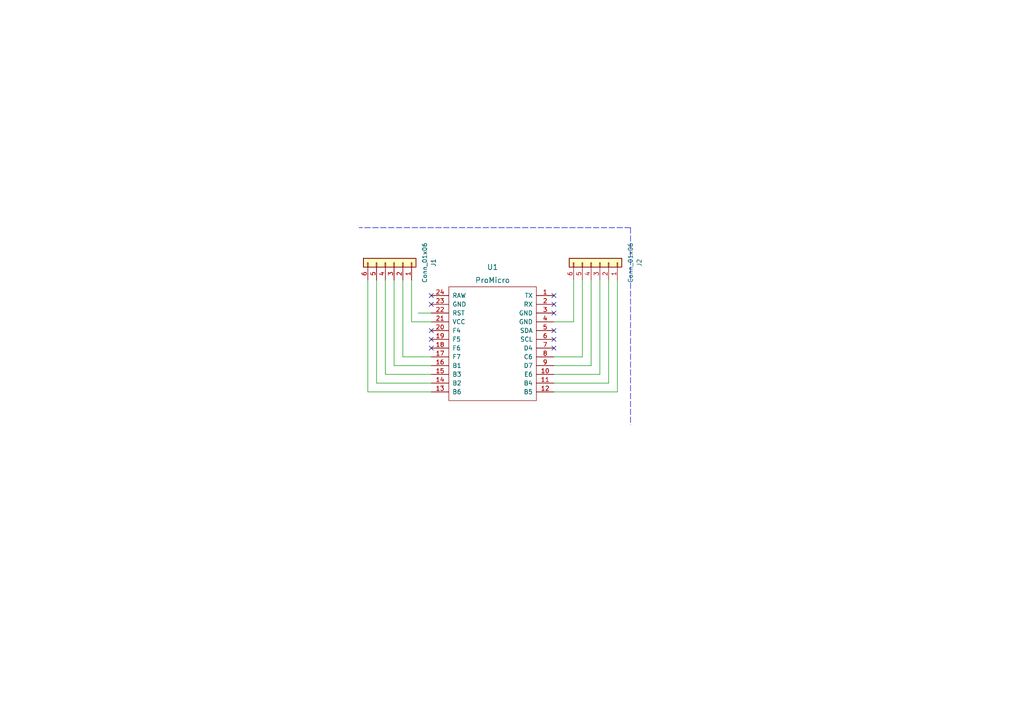
<source format=kicad_sch>
(kicad_sch (version 20211123) (generator eeschema)
  (paper "A4")
  (lib_symbols
    (symbol "Connector_Generic:Conn_01x06" (pin_names (offset 1.016) hide)
      (property "Reference" "J" (at 0 7.62 0))
      (property "Value" "Conn_01x06" (at 0 -10.16 0))
      (symbol "Conn_01x06_1_1"
        (rectangle (start -1.27 -7.493) (end 0 -7.747) (stroke (width 0.1524)))
        (rectangle (start -1.27 -4.953) (end 0 -5.207) (stroke (width 0.1524)))
        (rectangle (start -1.27 -2.413) (end 0 -2.667) (stroke (width 0.1524)))
        (rectangle (start -1.27 0.127) (end 0 -0.127) (stroke (width 0.1524)))
        (rectangle (start -1.27 2.667) (end 0 2.413) (stroke (width 0.1524)))
        (rectangle (start -1.27 5.207) (end 0 4.953) (stroke (width 0.1524)))
        (rectangle (start -1.27 6.35) (end 1.27 -8.89) (stroke (width 0.254)) (fill (type background)))
        (pin passive line (at -5.08 5.08 0) (length 3.81) (name "Pin_1") (number "1"))
        (pin passive line (at -5.08 2.54 0) (length 3.81) (name "Pin_2") (number "2"))
        (pin passive line (at -5.08 0 0) (length 3.81) (name "Pin_3") (number "3"))
        (pin passive line (at -5.08 -2.54 0) (length 3.81) (name "Pin_4") (number "4"))
        (pin passive line (at -5.08 -5.08 0) (length 3.81) (name "Pin_5") (number "5"))
        (pin passive line (at -5.08 -7.62 0) (length 3.81) (name "Pin_6") (number "6"))
      )
    )
    (symbol "Creadas:ProMicro" (pin_names (offset 1.016))
      (property "Reference" "U" (at 0 24.13 0))
      (property "Value" "ProMicro" (at 0 -13.97 0))
      (symbol "ProMicro_0_1"
        (rectangle (start -12.7 21.59) (end 12.7 -11.43))
      )
      (symbol "ProMicro_1_1"
        (pin bidirectional line (at -17.78 19.05 0) (length 5.08) (name "TX") (number "1"))
        (pin bidirectional line (at -17.78 -3.81 0) (length 5.08) (name "E6") (number "10"))
        (pin bidirectional line (at -17.78 -6.35 0) (length 5.08) (name "B4") (number "11"))
        (pin bidirectional line (at -17.78 -8.89 0) (length 5.08) (name "B5") (number "12"))
        (pin bidirectional line (at 17.78 -8.89 180) (length 5.08) (name "B6") (number "13"))
        (pin bidirectional line (at 17.78 -6.35 180) (length 5.08) (name "B2") (number "14"))
        (pin bidirectional line (at 17.78 -3.81 180) (length 5.08) (name "B3") (number "15"))
        (pin bidirectional line (at 17.78 -1.27 180) (length 5.08) (name "B1") (number "16"))
        (pin bidirectional line (at 17.78 1.27 180) (length 5.08) (name "F7") (number "17"))
        (pin bidirectional line (at 17.78 3.81 180) (length 5.08) (name "F6") (number "18"))
        (pin bidirectional line (at 17.78 6.35 180) (length 5.08) (name "F5") (number "19"))
        (pin bidirectional line (at -17.78 16.51 0) (length 5.08) (name "RX") (number "2"))
        (pin bidirectional line (at 17.78 8.89 180) (length 5.08) (name "F4") (number "20"))
        (pin power_in line (at 17.78 11.43 180) (length 5.08) (name "VCC") (number "21"))
        (pin input line (at 17.78 13.97 180) (length 5.08) (name "RST") (number "22"))
        (pin power_in line (at 17.78 16.51 180) (length 5.08) (name "GND") (number "23"))
        (pin power_out line (at 17.78 19.05 180) (length 5.08) (name "RAW") (number "24"))
        (pin power_in line (at -17.78 13.97 0) (length 5.08) (name "GND") (number "3"))
        (pin power_in line (at -17.78 11.43 0) (length 5.08) (name "GND") (number "4"))
        (pin bidirectional line (at -17.78 8.89 0) (length 5.08) (name "SDA") (number "5"))
        (pin bidirectional line (at -17.78 6.35 0) (length 5.08) (name "SCL") (number "6"))
        (pin bidirectional line (at -17.78 3.81 0) (length 5.08) (name "D4") (number "7"))
        (pin bidirectional line (at -17.78 1.27 0) (length 5.08) (name "C6") (number "8"))
        (pin bidirectional line (at -17.78 -1.27 0) (length 5.08) (name "D7") (number "9"))
      )
    )
  )
  (no_connect (at 160.655 85.725))
  (no_connect (at 125.095 85.725))
  (no_connect (at 160.655 100.965))
  (no_connect (at 160.655 88.265))
  (no_connect (at 160.655 98.425))
  (no_connect (at 160.655 95.885))
  (no_connect (at 125.095 100.965))
  (no_connect (at 125.095 98.425))
  (no_connect (at 125.095 95.885))
  (no_connect (at 125.095 88.265))
  (no_connect (at 160.655 90.805))
  (wire (pts (xy 125.095 108.585) (xy 111.76 108.585)))
  (wire (pts (xy 119.38 93.345) (xy 125.095 93.345)))
  (wire (pts (xy 109.22 81.28) (xy 109.22 111.125)))
  (wire (pts (xy 173.99 81.28) (xy 173.99 108.585)))
  (wire (pts (xy 109.22 111.125) (xy 125.095 111.125)))
  (wire (pts (xy 119.38 81.28) (xy 119.38 93.345)))
  (polyline (pts (xy 182.88 66.04) (xy 182.88 123.19)))
  (wire (pts (xy 168.91 103.505) (xy 160.655 103.505)))
  (wire (pts (xy 176.53 111.125) (xy 176.53 81.28)))
  (wire (pts (xy 166.37 93.345) (xy 160.655 93.345)))
  (wire (pts (xy 179.07 113.665) (xy 160.655 113.665)))
  (wire (pts (xy 166.37 81.28) (xy 166.37 93.345)))
  (wire (pts (xy 125.095 103.505) (xy 116.84 103.505)))
  (wire (pts (xy 106.68 81.28) (xy 106.68 113.665)))
  (wire (pts (xy 168.91 81.28) (xy 168.91 103.505)))
  (wire (pts (xy 111.76 108.585) (xy 111.76 81.28)))
  (polyline (pts (xy 182.88 66.04) (xy 104.14 66.04)))
  (wire (pts (xy 114.3 81.28) (xy 114.3 106.045)))
  (wire (pts (xy 125.095 90.805) (xy 121.285 90.805)))
  (wire (pts (xy 160.655 111.125) (xy 176.53 111.125)))
  (wire (pts (xy 173.99 108.585) (xy 160.655 108.585)))
  (wire (pts (xy 179.07 81.28) (xy 179.07 113.665)))
  (wire (pts (xy 171.45 106.045) (xy 171.45 81.28)))
  (wire (pts (xy 114.3 106.045) (xy 125.095 106.045)))
  (wire (pts (xy 160.655 106.045) (xy 171.45 106.045)))
  (wire (pts (xy 125.095 113.665) (xy 106.68 113.665)))
  (wire (pts (xy 116.84 103.505) (xy 116.84 81.28)))
  (symbol (lib_id "Connector_Generic:Conn_01x06") (at 114.3 76.2 270) (mirror x) (unit 1)
    (property "Reference" "J1" (at 125.73 76.2 0))
    (property "Value" "Conn_01x06" (at 123.19 76.2 0))
    (property "Footprint" "Creadas:PinHeader_1x06_P2.54mm_Vertical" (effects hide))
  )
  (symbol (lib_id "Connector_Generic:Conn_01x06") (at 173.99 76.2 270) (mirror x) (unit 1)
    (property "Reference" "J2" (at 185.42 76.2 0))
    (property "Value" "Conn_01x06" (at 182.88 76.2 0))
    (property "Footprint" "Creadas:PinHeader_1x06_P2.54mm_Vertical" (effects hide))
  )
  (symbol (lib_id "Creadas:ProMicro") (at 142.875 104.775 0) (mirror y) (unit 1)
    (property "Reference" "U1" (at 142.875 77.47 0) (effects (font (size 1.524 1.524))))
    (property "Value" "ProMicro" (at 142.875 81.28 0) (effects (font (size 1.524 1.524))))
    (property "Footprint" "Creadas:ProMicro" (effects hide))
  )
)
</source>
